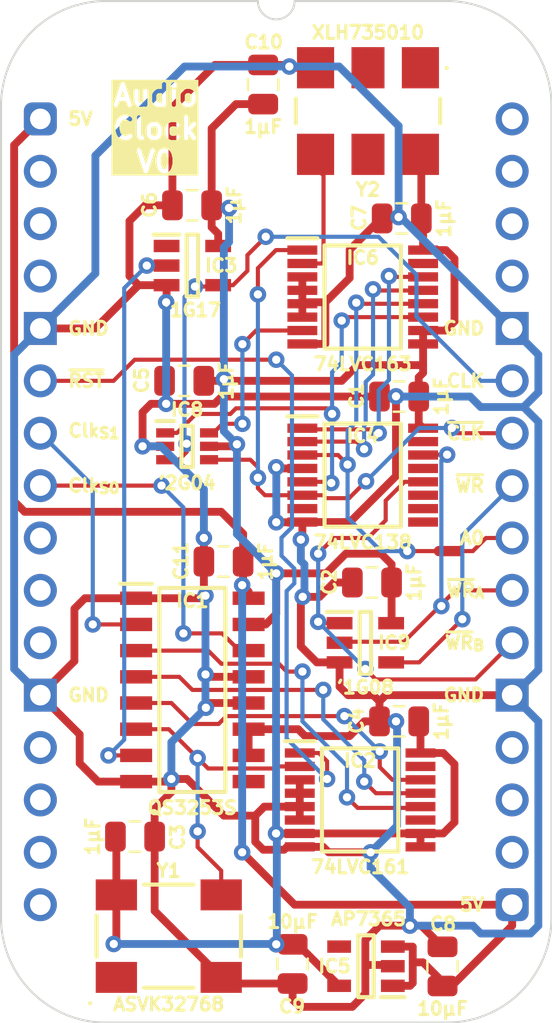
<source format=kicad_pcb>
(kicad_pcb (version 20241229) (generator "pcbnew") (generator_version "9.0")
  (title_block (title "Audio Clock") (date "2025-01-03") (rev "V0"))
  (layers (0 "F.Cu" signal) (2 "B.Cu" signal) (13 "F.Paste" user) (15 "B.Paste" user) (5 "F.SilkS" user "F.Silkscreen") (7 "B.SilkS" user "B.Silkscreen") (1 "F.Mask" user) (3 "B.Mask" user) (25 "Edge.Cuts" user))
  (net 0 "")
  (net 1 "/3.3V")
  (net 3 "/4KHz")
  (net 4 "/8KHz")
  (net 5 "/16KHz")
  (net 6 "/32KHz")
  (net 7 "Net-(IC1-YA)")
  (net 12 "/Q0")
  (net 13 "/Q1")
  (net 14 "/Q2")
  (net 15 "/Q3")
  (net 22 "/10MHz")
  (net 23 "/~{Q3}")
  (net 29 "GND")
  (net 30 "5V")
  (net 31 "Clock Select _{S1}")
  (net 32 "Clock Select _{S0}")
  (net 33 "~{Reset}")
  (net 34 "CLK")
  (net 35 "~{WR}_{A}")
  (net 36 "~{CLK}")
  (net 37 "~{WR}_{B}")
  (net 38 "~{WR}")
  (net 51 "A0")
  (footprint "SamacSys_Parts:SOP65P210X110-6N" (layer "F.Cu") (at 7.112 15.875)
    (property "Reference" "IC8")
    (property "Value" "74LVC2G04GW-Q100H" (hide yes))
  )
  (footprint "SamacSys_Parts:SOP65P640X110-16N" (layer "F.Cu") (at 15.621 17.272)
    (property "Reference" "IC4")
    (property "Value" "74LVC138APW-Q100J" (hide yes))
  )
  (footprint "SamacSys_Parts:C_0805" (layer "F.Cu") (at 8.89 21.463 90)
    (property "Reference" "C11")
    (property "Value" "1μF")
  )
  (footprint "SamacSys_Parts:C_0805" (layer "F.Cu") (at 6.985 12.7 90)
    (property "Reference" "C5")
    (property "Value" "1μF")
  )
  (footprint "SamacSys_Parts:C_0805" (layer "F.Cu") (at 19.4864 41.1074)
    (property "Reference" "C8")
    (property "Value" "10µF")
  )
  (footprint "SamacSys_Parts:ASVK32768KHZLJT" (layer "F.Cu") (at 6.223 39.624)
    (property "Reference" "Y1")
    (property "Value" "ASVK-32.768KHZ-LJT" (hide yes))
  )
  (footprint "SamacSys_Parts:C_0805" (layer "F.Cu") (at 17.399 29.21 90)
    (property "Reference" "C4")
    (property "Value" "1μF")
  )
  (footprint "SamacSys_Parts:SOT95P275X110-5N" (layer "F.Cu") (at 7.366 7.112)
    (property "Reference" "IC3")
    (property "Value" "74LVC1G17GV,125" (hide yes))
  )
  (footprint "SamacSys_Parts:SOP65P640X110-16N" (layer "F.Cu") (at 15.494 33.02)
    (property "Reference" "IC2")
    (property "Value" "74LVC161PW,112" (hide yes))
  )
  (footprint "SamacSys_Parts:SOT95P275X110-5N" (layer "F.Cu") (at 15.748 25.4)
    (property "Reference" "IC9")
    (property "Value" "74LVC1G08GV,125" (hide yes))
  )
  (footprint "SamacSys_Parts:C_0805" (layer "F.Cu") (at 4.572 34.798 -90)
    (property "Reference" "C3")
    (property "Value" "1μF")
  )
  (footprint "SamacSys_Parts:C_0805" (layer "F.Cu") (at 16.084 22.479 90)
    (property "Reference" "C2")
    (property "Value" "1μF")
  )
  (footprint "SamacSys_Parts:SOP65P640X110-16N" (layer "F.Cu") (at 15.621 8.636)
    (property "Reference" "IC6")
    (property "Value" "74LVC163PW,118" (hide yes))
  )
  (footprint "SamacSys_Parts:C_0805" (layer "F.Cu") (at 10.795 -1.651)
    (property "Reference" "C10")
    (property "Value" "1μF")
  )
  (footprint "SamacSys_Parts:XLH735100000000I" (layer "F.Cu") (at 15.875 -0.381 180)
    (property "Reference" "Y2")
    (property "Value" "XLH735010.000000X" (hide yes))
  )
  (footprint "SamacSys_Parts:SOIC127P602X173-16N" (layer "F.Cu") (at 7.366 27.686)
    (property "Reference" "IC1")
    (property "Value" "QS3253S1G" (hide yes))
  )
  (footprint "SamacSys_Parts:C_0805" (layer "F.Cu") (at 17.526 4.826 90)
    (property "Reference" "C7")
    (property "Value" "1μF")
  )
  (footprint "SamacSys_Parts:C_0805" (layer "F.Cu") (at 17.399 13.462 90)
    (property "Reference" "C1")
    (property "Value" "1μF")
  )
  (footprint "SamacSys_Parts:C_0805" (layer "F.Cu") (at 7.366 4.191 90)
    (property "Reference" "C6")
    (property "Value" "1μF")
  )
  (footprint "SamacSys_Parts:C_0805" (layer "F.Cu") (at 12.222 40.955 180)
    (property "Reference" "C9")
    (property "Value" "10µF")
  )
  (footprint "SamacSys_Parts:SOT95P285X130-5N" (layer "F.Cu") (at 15.778 41.082 180)
    (property "Reference" "IC5")
    (property "Value" "AP7365-33WG-7" (hide yes))
  )
  (footprint "SamacSys_Parts:DIP-32_Board_W22.86mm" (layer "F.Cu") (at 0 0)
    (property "Reference" "J2" (hide yes))
    (property "Value" "Board 2x16 W22.86mm" (hide yes))
    (fp_line (start -1.905 -0.635) (end -1.905 38.735) (stroke (width 0.1)) (layer "Edge.Cuts"))
    (fp_line (start 10.541 -5.715) (end 3.175 -5.715) (stroke (width 0.1)) (layer "Edge.Cuts"))
    (fp_line (start 19.685 -5.715) (end 12.319 -5.715) (stroke (width 0.1)) (layer "Edge.Cuts"))
    (fp_line (start 19.685 43.815) (end 3.175 43.815) (stroke (width 0.1)) (layer "Edge.Cuts"))
    (fp_line (start 24.765 38.735) (end 24.765 -0.635) (stroke (width 0.1)) (layer "Edge.Cuts"))
    (fp_arc (start -1.905 -0.635) (mid -0.417102 -4.227102) (end 3.175 -5.715) (stroke (width 0.1)) (layer "Edge.Cuts"))
    (fp_arc (start 3.175 43.815) (mid -0.417102 42.327102) (end -1.905 38.735) (stroke (width 0.1)) (layer "Edge.Cuts"))
    (fp_arc (start 12.319 -5.715) (mid 11.43 -4.826) (end 10.541 -5.715) (stroke (width 0.1)) (layer "Edge.Cuts"))
    (fp_arc (start 19.685 -5.715) (mid 23.277102 -4.227102) (end 24.765 -0.635) (stroke (width 0.1)) (layer "Edge.Cuts"))
    (fp_arc (start 24.765 38.735) (mid 23.277103 42.327103) (end 19.685 43.815) (stroke (width 0.1)) (layer "Edge.Cuts"))
  )
  (footprint "NetTie:NetTie-2_SMD_Pad0.5mm" (layer "F.Cu") (at 19.812 20.955)
    (property "Reference" "NT1" (hide yes))
    (property "Value" "NetTie" (hide yes))
  )
  (gr_text "5V" (at 1.27 0 0) (layer "F.SilkS") (effects (font (size 0.635 0.635)) (justify left)))
  (gr_text "5V" (at 21.59 38.1 0) (layer "F.SilkS") (effects (font (size 0.635 0.635)) (justify right)))
  (gr_text "~{WR}_{B}" (at 21.59 25.4 0) (layer "F.SilkS") (effects (font (size 0.635 0.635)) (justify right)))
  (gr_text "GND" (at 21.59 10.16 0) (layer "F.SilkS") (effects (font (size 0.635 0.635)) (justify right)))
  (gr_text "GND" (at 1.27 27.94 0) (layer "F.SilkS") (effects (font (size 0.635 0.635)) (justify left)))
  (gr_text "Clk_{S0}" (at 1.27 17.78 0) (layer "F.SilkS") (effects (font (size 0.635 0.635)) (justify left)))
  (gr_text "~{RST}" (at 1.27 12.7 0) (layer "F.SilkS") (effects (font (size 0.635 0.635)) (justify left)))
  (gr_text "~{CLK}" (at 21.59 15.24 0) (layer "F.SilkS") (effects (font (size 0.635 0.635)) (justify right)))
  (gr_text "~{WR}_{A}" (at 21.59 22.86 0) (layer "F.SilkS") (effects (font (size 0.635 0.635)) (justify right)))
  (gr_text "Clk_{S1}" (at 1.27 15.113 0) (layer "F.SilkS") (effects (font (size 0.635 0.635)) (justify left)))
  (gr_text "CLK" (at 21.59 12.7 0) (layer "F.SilkS") (effects (font (size 0.635 0.635)) (justify right)))
  (gr_text "~{WR}" (at 21.59 17.78 0) (layer "F.SilkS") (effects (font (size 0.635 0.635)) (justify right)))
  (gr_text "Audio\nClock\nV0" (at 5.588 2.667 0) (layer "F.SilkS" knockout) (effects (font (size 1 1) (thickness 0.2) (bold yes)) (justify bottom)))
  (gr_text "GND" (at 21.59 27.94 0) (layer "F.SilkS") (effects (font (size 0.635 0.635)) (justify right)))
  (gr_text "A0" (at 21.59 20.32 0) (layer "F.SilkS") (effects (font (size 0.635 0.635)) (justify right)))
  (gr_text "GND" (at 1.27 10.16 0) (layer "F.SilkS") (effects (font (size 0.635 0.635)) (justify left)))
  (segment (start 18.419 29.845) (end 18.419 30.745) (width 0.38) (layer "F.Cu") (net 1))
  (segment (start 20.066 9.821) (end 19.626 10.261) (width 0.38) (layer "F.Cu") (net 1))
  (segment (start 18.333 29.759) (end 18.419 29.845) (width 0.38) (layer "F.Cu") (net 1))
  (segment (start 12.569 34.645) (end 18.419 34.645) (width 0.38) (layer "F.Cu") (net 1))
  (segment (start 3.683 37.624) (end 3.683 39.878) (width 0.38) (layer "F.Cu") (net 1))
  (segment (start 18.546 10.911) (end 18.546 11.938) (width 0.38) (layer "F.Cu") (net 1))
  (segment (start 18.546 4.912) (end 18.546 6.361) (width 0.38) (layer "F.Cu") (net 1))
  (segment (start 8.174 15.875) (end 9.425 15.875) (width 0.38) (layer "F.Cu") (net 1))
  (segment (start 17.018 22.479) (end 17.018 21.59) (width 0.38) (layer "F.Cu") (net 1))
  (segment (start 18.333 12.528) (end 18.333 13.462) (width 0.38) (layer "F.Cu") (net 1))
  (segment (start 13.846785 22.034503) (end 11.43 22.034503) (width 0.38) (layer "F.Cu") (net 1))
  (segment (start 15.367 11.938) (end 18.546 11.938) (width 0.38) (layer "F.Cu") (net 1))
  (segment (start 9.425 15.875) (end 9.525 15.775) (width 0.38) (layer "F.Cu") (net 1))
  (segment (start 20.066 31.287) (end 20.066 34.103) (width 0.38) (layer "F.Cu") (net 1))
  (segment (start 18.546 11.938) (end 18.546 12.315) (width 0.38) (layer "F.Cu") (net 1))
  (segment (start 14.799288 21.082) (end 13.846785 22.034503) (width 0.38) (layer "F.Cu") (net 1))
  (segment (start 19.524 34.645) (end 18.419 34.645) (width 0.38) (layer "F.Cu") (net 1))
  (segment (start 17.018 22.479) (end 17.018 24.43) (width 0.38) (layer "F.Cu") (net 1))
  (segment (start 18.546 12.315) (end 18.333 12.528) (width 0.38) (layer "F.Cu") (net 1))
  (segment (start 8.616 5.568) (end 8.3 5.252) (width 0.38) (layer "F.Cu") (net 1))
  (segment (start 17.018 21.59) (end 16.51 21.082) (width 0.38) (layer "F.Cu") (net 1))
  (segment (start 18.333 13.462) (end 18.333 14.784) (width 0.38) (layer "F.Cu") (net 1))
  (segment (start 10.922 24.511) (end 11.43 24.003) (width 0.38) (layer "F.Cu") (net 1))
  (segment (start 18.419 34.645) (end 18.419 35.295) (width 0.38) (layer "F.Cu") (net 1))
  (segment (start 18.46 4.826) (end 18.46 1.764) (width 0.38) (layer "F.Cu") (net 1))
  (segment (start 8.3 0.463) (end 9.48 -0.717) (width 0.38) (layer "F.Cu") (net 1))
  (segment (start 18.333 29.21) (end 18.333 29.759) (width 0.38) (layer "F.Cu") (net 1))
  (segment (start 18.333 14.784) (end 18.546 14.997) (width 0.38) (layer "F.Cu") (net 1))
  (segment (start 12.569 34.645) (end 11.420471 34.645) (width 0.38) (layer "F.Cu") (net 1))
  (segment (start 18.546 6.361) (end 19.651 6.361) (width 0.38) (layer "F.Cu") (net 1))
  (segment (start 12.467 40.021) (end 14.478 42.032) (width 0.38) (layer "F.Cu") (net 1))
  (segment (start 8.89 12.622) (end 8.968 12.7) (width 0.38) (layer "F.Cu") (net 1))
  (segment (start 18.546 10.261) (end 18.546 10.911) (width 0.38) (layer "F.Cu") (net 1))
  (segment (start 8.3 4.191) (end 8.3 0.463) (width 0.38) (layer "F.Cu") (net 1))
  (segment (start 16.51 21.082) (end 14.799288 21.082) (width 0.38) (layer "F.Cu") (net 1))
  (segment (start 11.43 24.003) (end 11.43 22.034503) (width 0.38) (layer "F.Cu") (net 1))
  (segment (start 8.812 12.7) (end 8.89 12.622) (width 0.38) (layer "F.Cu") (net 1))
  (segment (start 14.605 12.7) (end 15.367 11.938) (width 0.38) (layer "F.Cu") (net 1))
  (segment (start 19.524 30.745) (end 20.066 31.287) (width 0.38) (layer "F.Cu") (net 1))
  (segment (start 12.222 40.021) (end 11.43 40.021) (width 0.38) (layer "F.Cu") (net 1))
  (segment (start 9.48 -0.717) (end 10.795 -0.717) (width 0.38) (layer "F.Cu") (net 1))
  (segment (start 7.919 12.7) (end 8.812 12.7) (width 0.38) (layer "F.Cu") (net 1))
  (segment (start 10.091 24.511) (end 10.922 24.511) (width 0.38) (layer "F.Cu") (net 1))
  (segment (start 20.066 6.776) (end 20.066 9.821) (width 0.38) (layer "F.Cu") (net 1))
  (segment (start 19.651 6.361) (end 20.066 6.776) (width 0.38) (layer "F.Cu") (net 1))
  (segment (start 8.3 5.252) (end 8.3 4.191) (width 0.38) (layer "F.Cu") (net 1))
  (segment (start 8.968 12.7) (end 14.605 12.7) (width 0.38) (layer "F.Cu") (net 1))
  (segment (start 3.683 39.878) (end 3.556 40.005) (width 0.38) (layer "F.Cu") (net 1))
  (segment (start 19.626 10.261) (end 18.546 10.261) (width 0.38) (layer "F.Cu") (net 1))
  (segment (start 8.616 6.162) (end 8.616 5.568) (width 0.38) (layer "F.Cu") (net 1))
  (segment (start 3.683 37.624) (end 3.683 34.843) (width 0.38) (layer "F.Cu") (net 1))
  (segment (start 18.419 30.745) (end 19.524 30.745) (width 0.38) (layer "F.Cu") (net 1))
  (segment (start 20.066 34.103) (end 19.524 34.645) (width 0.38) (layer "F.Cu") (net 1))
  (segment (start 8.427 4.318) (end 9.144 4.318) (width 0.38) (layer "F.Cu") (net 1))
  (via (at 3.556 40.005) (size 0.8) (drill 0.4) (layers "F.Cu" "B.Cu") (net 1))
  (via (at 9.525 15.775) (size 0.8) (drill 0.4) (layers "F.Cu" "B.Cu") (net 1))
  (via (at 11.43 40.021) (size 0.8) (drill 0.4) (layers "F.Cu" "B.Cu") (net 1))
  (via (at 11.43 22.034503) (size 0.8) (drill 0.4) (layers "F.Cu" "B.Cu") (net 1))
  (via (at 11.420471 34.645) (size 0.8) (drill 0.4) (layers "F.Cu" "B.Cu") (net 1))
  (via (at 9.144 4.318) (size 0.8) (drill 0.4) (layers "F.Cu" "B.Cu") (net 1))
  (via (at 8.89 12.622) (size 0.8) (drill 0.4) (layers "F.Cu" "B.Cu") (net 1))
  (segment (start 11.420471 34.645) (end 11.458 34.682529) (width 0.38) (layer "B.Cu") (net 1))
  (segment (start 9.144 5.969) (end 8.89 6.223) (width 0.38) (layer "B.Cu") (net 1))
  (segment (start 11.420471 22.044032) (end 11.43 22.034503) (width 0.38) (layer "B.Cu") (net 1))
  (segment (start 11.458 39.993) (end 11.43 40.021) (width 0.38) (layer "B.Cu") (net 1))
  (segment (start 8.89 6.223) (end 8.89 12.622) (width 0.38) (layer "B.Cu") (net 1))
  (segment (start 8.89 15.14) (end 9.525 15.775) (width 0.38) (layer "B.Cu") (net 1))
  (segment (start 9.525 20.129503) (end 11.43 22.034503) (width 0.38) (layer "B.Cu") (net 1))
  (segment (start 9.144 4.318) (end 9.144 5.969) (width 0.38) (layer "B.Cu") (net 1))
  (segment (start 11.458 34.682529) (end 11.458 39.993) (width 0.38) (layer "B.Cu") (net 1))
  (segment (start 3.556 40.005) (end 11.414 40.005) (width 0.38) (layer "B.Cu") (net 1))
  (segment (start 11.420471 34.645) (end 11.420471 22.044032) (width 0.38) (layer "B.Cu") (net 1))
  (segment (start 8.89 12.622) (end 8.89 15.14) (width 0.38) (layer "B.Cu") (net 1))
  (segment (start 9.525 15.775) (end 9.525 20.129503) (width 0.38) (layer "B.Cu") (net 1))
  (segment (start 11.414 40.005) (end 11.43 40.021) (width 0.38) (layer "B.Cu") (net 1))
  (segment (start 8.130934 25.781) (end 8.765934 26.416) (width 0.2) (layer "F.Cu") (net 3))
  (segment (start 4.641 25.781) (end 8.130934 25.781) (width 0.2) (layer "F.Cu") (net 3))
  (segment (start 12.7 26.797) (end 11.938 26.797) (width 0.2) (layer "F.Cu") (net 3))
  (segment (start 15.37219 33.406186) (end 14.859004 32.893) (width 0.2) (layer "F.Cu") (net 3))
  (segment (start 18.357814 33.406186) (end 15.37219 33.406186) (width 0.2) (layer "F.Cu") (net 3))
  (segment (start 8.765934 26.416) (end 11.557 26.416) (width 0.2) (layer "F.Cu") (net 3))
  (segment (start 11.938 26.797) (end 11.557 26.416) (width 0.2) (layer "F.Cu") (net 3))
  (via (at 12.7 26.797) (size 0.8) (drill 0.4) (layers "F.Cu" "B.Cu") (net 3))
  (via (at 14.859004 32.893) (size 0.8) (drill 0.4) (layers "F.Cu" "B.Cu") (net 3))
  (segment (start 12.7 29.21) (end 12.7 26.797) (width 0.2) (layer "B.Cu") (net 3))
  (segment (start 14.859004 31.369004) (end 12.7 29.21) (width 0.2) (layer "B.Cu") (net 3))
  (segment (start 14.859004 32.893) (end 14.859004 31.369004) (width 0.2) (layer "B.Cu") (net 3))
  (segment (start 16.259032 32.695) (end 15.695036 32.131004) (width 0.2) (layer "F.Cu") (net 4))
  (segment (start 6.731 27.051) (end 7.366 27.686) (width 0.2) (layer "F.Cu") (net 4))
  (segment (start 4.641 27.051) (end 6.731 27.051) (width 0.2) (layer "F.Cu") (net 4))
  (segment (start 7.366 27.686) (end 13.708 27.686) (width 0.2) (layer "F.Cu") (net 4))
  (segment (start 18.419 32.695) (end 16.259032 32.695) (width 0.2) (layer "F.Cu") (net 4))
  (via (at 15.695036 32.131004) (size 0.8) (drill 0.4) (layers "F.Cu" "B.Cu") (net 4))
  (via (at 13.708 27.686) (size 0.8) (drill 0.4) (layers "F.Cu" "B.Cu") (net 4))
  (segment (start 15.695036 31.099626) (end 15.695036 32.131004) (width 0.2) (layer "B.Cu") (net 4))
  (segment (start 13.708 29.11259) (end 15.695036 31.099626) (width 0.2) (layer "B.Cu") (net 4))
  (segment (start 13.708 27.686) (end 13.708 29.11259) (width 0.2) (layer "B.Cu") (net 4))
  (segment (start 17.059 32.045) (end 16.445037 31.431037) (width 0.2) (layer "F.Cu") (net 5))
  (segment (start 9.017002 28.955998) (end 14.478004 28.955998) (width 0.2) (layer "F.Cu") (net 5))
  (segment (start 16.445037 31.431037) (end 16.445037 30.669035) (width 0.2) (layer "F.Cu") (net 5))
  (segment (start 6.35 28.321) (end 7.366 29.337) (width 0.2) (layer "F.Cu") (net 5))
  (segment (start 4.641 28.321) (end 6.35 28.321) (width 0.2) (layer "F.Cu") (net 5))
  (segment (start 8.636 29.337) (end 9.017002 28.955998) (width 0.2) (layer "F.Cu") (net 5))
  (segment (start 14.478004 28.955998) (end 14.732 28.955998) (width 0.2) (layer "F.Cu") (net 5))
  (segment (start 18.419 32.045) (end 17.059 32.045) (width 0.2) (layer "F.Cu") (net 5))
  (segment (start 7.366 29.337) (end 8.636 29.337) (width 0.2) (layer "F.Cu") (net 5))
  (via (at 14.732 28.955998) (size 0.8) (drill 0.4) (layers "F.Cu" "B.Cu") (net 5))
  (via (at 16.445037 30.669035) (size 0.8) (drill 0.4) (layers "F.Cu" "B.Cu") (net 5))
  (segment (start 14.732 28.955998) (end 16.445037 30.669035) (width 0.2) (layer "B.Cu") (net 5))
  (segment (start 12.569 31.395) (end 11.404 31.395) (width 0.2) (layer "F.Cu") (net 6))
  (segment (start 8.128 31.496) (end 7.62 30.988) (width 0.2) (layer "F.Cu") (net 6))
  (segment (start 11.404 31.395) (end 11.303 31.496) (width 0.2) (layer "F.Cu") (net 6))
  (segment (start 4.641 29.591) (end 6.223 29.591) (width 0.2) (layer "F.Cu") (net 6))
  (segment (start 7.62 35.306) (end 7.62 34.544) (width 0.2) (layer "F.Cu") (net 6))
  (segment (start 6.223 29.591) (end 7.62 30.988) (width 0.2) (layer "F.Cu") (net 6))
  (segment (start 8.763 37.624) (end 8.763 36.449) (width 0.2) (layer "F.Cu") (net 6))
  (segment (start 8.763 36.449) (end 7.62 35.306) (width 0.2) (layer "F.Cu") (net 6))
  (segment (start 11.303 31.496) (end 8.128 31.496) (width 0.2) (layer "F.Cu") (net 6))
  (via (at 7.62 30.988) (size 0.8) (drill 0.4) (layers "F.Cu" "B.Cu") (net 6))
  (via (at 7.62 34.544) (size 0.8) (drill 0.4) (layers "F.Cu" "B.Cu") (net 6))
  (segment (start 7.62 30.988) (end 7.62 34.544) (width 0.2) (layer "B.Cu") (net 6))
  (segment (start 6.116 7.112) (end 5.158 7.112) (width 0.2) (layer "F.Cu") (net 7))
  (segment (start 4.641 30.861) (end 3.302 30.861) (width 0.2) (layer "F.Cu") (net 7))
  (via (at 5.158 7.112) (size 0.8) (drill 0.4) (layers "F.Cu" "B.Cu") (net 7))
  (via (at 3.302 30.861) (size 0.8) (drill 0.4) (layers "F.Cu" "B.Cu") (net 7))
  (segment (start 3.302 30.861) (end 4.064 30.099) (width 0.2) (layer "B.Cu") (net 7))
  (segment (start 4.064 30.099) (end 4.064 8.206) (width 0.2) (layer "B.Cu") (net 7))
  (segment (start 4.064 8.206) (end 5.158 7.112) (width 0.2) (layer "B.Cu") (net 7))
  (segment (start 16.932 7.661) (end 16.890998 7.619998) (width 0.2) (layer "F.Cu") (net 12))
  (segment (start 16.213029 15.052) (end 16.393 15.231971) (width 0.2) (layer "F.Cu") (net 12))
  (segment (start 18.546 7.661) (end 16.932 7.661) (width 0.2) (layer "F.Cu") (net 12))
  (segment (start 12.751 15.052) (end 16.213029 15.052) (width 0.2) (layer "F.Cu") (net 12))
  (via (at 16.393 15.231971) (size 0.8) (drill 0.4) (layers "F.Cu" "B.Cu") (net 12))
  (via (at 16.890998 7.619998) (size 0.8) (drill 0.4) (layers "F.Cu" "B.Cu") (net 12))
  (segment (start 16.395 13.151339) (end 16.395 15.229971) (width 0.2) (layer "B.Cu") (net 12))
  (segment (start 16.890998 12.655341) (end 16.395 13.151339) (width 0.2) (layer "B.Cu") (net 12))
  (segment (start 16.890998 7.619998) (end 16.890998 12.655341) (width 0.2) (layer "B.Cu") (net 12))
  (segment (start 16.395 15.229971) (end 16.393 15.231971) (width 0.2) (layer "B.Cu") (net 12))
  (segment (start 16.176785 8.320001) (end 16.120392 8.263608) (width 0.2) (layer "F.Cu") (net 13))
  (segment (start 15.687792 16.009908) (end 15.324884 15.647) (width 0.2) (layer "F.Cu") (net 13))
  (segment (start 18.536999 8.320001) (end 16.176785 8.320001) (width 0.2) (layer "F.Cu") (net 13))
  (segment (start 15.324884 15.647) (end 12.696 15.647) (width 0.2) (layer "F.Cu") (net 13))
  (via (at 15.687792 16.009908) (size 0.8) (drill 0.4) (layers "F.Cu" "B.Cu") (net 13))
  (via (at 16.120392 8.263608) (size 0.8) (drill 0.4) (layers "F.Cu" "B.Cu") (net 13))
  (segment (start 15.687792 14.876518) (end 15.687792 16.009908) (width 0.2) (layer "B.Cu") (net 13))
  (segment (start 15.762981 14.801329) (end 15.687792 14.876518) (width 0.2) (layer "B.Cu") (net 13))
  (segment (start 15.762981 12.754334) (end 15.762981 14.801329) (width 0.2) (layer "B.Cu") (net 13))
  (segment (start 16.120392 12.396923) (end 15.762981 12.754334) (width 0.2) (layer "B.Cu") (net 13))
  (segment (start 16.120392 8.263608) (end 16.120392 12.396923) (width 0.2) (layer "B.Cu") (net 13))
  (segment (start 19.312 20.955) (end 17.78 20.955) (width 0.2) (layer "F.Cu") (net 14))
  (segment (start 12.696 16.297) (end 14.423674 16.297) (width 0.2) (layer "F.Cu") (net 14))
  (segment (start 15.360276 8.963608) (end 15.307668 8.911) (width 0.2) (layer "F.Cu") (net 14))
  (segment (start 14.423674 16.297) (end 14.886588 16.759914) (width 0.2) (layer "F.Cu") (net 14))
  (segment (start 18.543392 8.963608) (end 15.360276 8.963608) (width 0.2) (layer "F.Cu") (net 14))
  (via (at 15.307668 8.911) (size 0.8) (drill 0.4) (layers "F.Cu" "B.Cu") (net 14))
  (via (at 14.886588 16.759914) (size 0.8) (drill 0.4) (layers "F.Cu" "B.Cu") (net 14))
  (via (at 17.78 20.955) (size 0.8) (drill 0.4) (layers "F.Cu" "B.Cu") (net 14))
  (segment (start 15.307668 14.690956) (end 14.886588 15.112036) (width 0.2) (layer "B.Cu") (net 14))
  (segment (start 14.886588 16.759914) (end 14.886588 19.331588) (width 0.2) (layer "B.Cu") (net 14))
  (segment (start 15.307668 8.911) (end 15.307668 14.690956) (width 0.2) (layer "B.Cu") (net 14))
  (segment (start 14.886588 15.112036) (end 14.886588 16.759914) (width 0.2) (layer "B.Cu") (net 14))
  (segment (start 14.886588 19.331588) (end 16.51 20.955) (width 0.2) (layer "B.Cu") (net 14))
  (segment (start 16.51 20.955) (end 17.78 20.955) (width 0.2) (layer "B.Cu") (net 14))
  (segment (start 18.546 9.611) (end 14.769 9.611) (width 0.2) (layer "F.Cu") (net 15))
  (segment (start 9.480339 14.032683) (end 13.866438 14.032683) (width 0.2) (layer "F.Cu") (net 15))
  (segment (start 7.539 14.305) (end 9.208022 14.305) (width 0.2) (layer "F.Cu") (net 15))
  (segment (start 14.041 17.597) (end 14.097 17.653) (width 0.2) (layer "F.Cu") (net 15))
  (segment (start 6.05 15.225) (end 6.619 15.225) (width 0.2) (layer "F.Cu") (net 15))
  (segment (start 12.696 17.597) (end 14.041 17.597) (width 0.2) (layer "F.Cu") (net 15))
  (segment (start 6.619 15.225) (end 7.539 14.305) (width 0.2) (layer "F.Cu") (net 15))
  (segment (start 9.208022 14.305) (end 9.480339 14.032683) (width 0.2) (layer "F.Cu") (net 15))
  (segment (start 13.866438 14.032683) (end 14.135755 14.302) (width 0.2) (layer "F.Cu") (net 15))
  (segment (start 14.769 9.611) (end 14.601 9.779) (width 0.2) (layer "F.Cu") (net 15))
  (via (at 14.135755 14.302) (size 0.8) (drill 0.4) (layers "F.Cu" "B.Cu") (net 15))
  (via (at 14.601 9.779) (size 0.8) (drill 0.4) (layers "F.Cu" "B.Cu") (net 15))
  (via (at 14.097 17.653) (size 0.8) (drill 0.4) (layers "F.Cu" "B.Cu") (net 15))
  (segment (start 14.135755 14.302) (end 14.135755 17.614245) (width 0.2) (layer "B.Cu") (net 15))
  (segment (start 14.601 11.815) (end 14.135755 12.280245) (width 0.2) (layer "B.Cu") (net 15))
  (segment (start 14.135755 12.280245) (end 14.135755 14.302) (width 0.2) (layer "B.Cu") (net 15))
  (segment (start 14.135755 17.614245) (end 14.097 17.653) (width 0.2) (layer "B.Cu") (net 15))
  (segment (start 14.601 9.779) (end 14.601 11.815) (width 0.2) (layer "B.Cu") (net 15))
  (segment (start 13.721 2.74) (end 13.721 6.911) (width 0.2) (layer "F.Cu") (net 22))
  (segment (start 12.573 1.592) (end 13.721 2.74) (width 0.2) (layer "F.Cu") (net 22))
  (segment (start 13.721 6.911) (end 13.621 7.011) (width 0.2) (layer "F.Cu") (net 22))
  (segment (start 13.621 7.011) (end 12.696 7.011) (width 0.2) (layer "F.Cu") (net 22))
  (segment (start 10.452 10.261) (end 9.791 10.922) (width 0.2) (layer "F.Cu") (net 23))
  (segment (start 12.696 10.261) (end 10.452 10.261) (width 0.2) (layer "F.Cu") (net 23))
  (segment (start 8.828817 14.782683) (end 9.791 14.782683) (width 0.2) (layer "F.Cu") (net 23))
  (segment (start 8.3865 15.225) (end 8.828817 14.782683) (width 0.2) (layer "F.Cu") (net 23))
  (via (at 9.791 14.782683) (size 0.8) (drill 0.4) (layers "F.Cu" "B.Cu") (net 23))
  (via (at 9.791 10.922) (size 0.8) (drill 0.4) (layers "F.Cu" "B.Cu") (net 23))
  (segment (start 9.791 10.922) (end 9.791 14.782683) (width 0.2) (layer "B.Cu") (net 23))
  (segment (start 6.05 15.875) (end 4.952994 15.875) (width 0.38) (layer "F.Cu") (net 29))
  (segment (start 17.221418 13.462) (end 17.233 13.450418) (width 0.38) (layer "F.Cu") (net 29))
  (segment (start 16.433 29.21) (end 15.699615 29.21) (width 0.38) (layer "F.Cu") (net 29))
  (segment (start 14.498 26.35) (end 14.498 27.529) (width 0.38) (layer "F.Cu") (net 29))
  (segment (start 10.797 35.435) (end 10.414 35.052) (width 0.38) (layer "F.Cu") (net 29))
  (segment (start 7.873982 23.241) (end 7.874 23.241) (width 0.38) (layer "F.Cu") (net 29))
  (segment (start 13.705 35.295) (end 12.569 35.295) (width 0.38) (layer "F.Cu") (net 29))
  (segment (start 16.698 41.082) (end 16.637 41.021) (width 0.38) (layer "F.Cu") (net 29))
  (segment (start 16.433 29.21) (end 16.433 28.244) (width 0.38) (layer "F.Cu") (net 29))
  (segment (start 22.86 27.94) (end 16.737 27.94) (width 0.38) (layer "F.Cu") (net 29))
  (segment (start 15.748 39.807) (end 16.439 39.116) (width 0.38) (layer "F.Cu") (net 29))
  (segment (start 8.249934 28.321) (end 8.019934 28.551) (width 0.38) (layer "F.Cu") (net 29))
  (segment (start 16.439 39.116) (end 17.906998 39.116) (width 0.38) (layer "F.Cu") (net 29))
  (segment (start 6.096 12.777) (end 6.096 13.814989) (width 0.38) (layer "F.Cu") (net 29))
  (segment (start 16.56 4.826) (end 17.29514 4.826) (width 0.38) (layer "F.Cu") (net 29))
  (segment (start 16.737 27.94) (end 16.433 28.244) (width 0.38) (layer "F.Cu") (net 29))
  (segment (start 11.988 -2.617) (end 12.065 -2.54) (width 0.38) (layer "F.Cu") (net 29))
  (segment (start 15.748 41.021) (end 15.748 39.807) (width 0.38) (layer "F.Cu") (net 29))
  (segment (start 10.851 33.345) (end 12.569 33.345) (width 0.38) (layer "F.Cu") (net 29))
  (segment (start 14.224 22.479) (end 13.528866 23.174134) (width 0.38) (layer "F.Cu") (net 29))
  (segment (start 8.459 -2.617) (end 6.4 -0.558) (width 0.38) (layer "F.Cu") (net 29))
  (segment (start 14.986 7.715) (end 14.986 6.35) (width 0.38) (layer "F.Cu") (net 29))
  (segment (start 15.699615 29.21) (end 14.986 29.923615) (width 0.38) (layer "F.Cu") (net 29))
  (segment (start 8.794024 13.462) (end 8.441035 13.814989) (width 0.38) (layer "F.Cu") (net 29))
  (segment (start 6.35 32.639) (end 5.538 33.451) (width 0.38) (layer "F.Cu") (net 29))
  (segment (start 14.498 27.529) (end 14.909 27.94) (width 0.38) (layer "F.Cu") (net 29))
  (segment (start 11.486 16.947) (end 11.43 16.891) (width 0.38) (layer "F.Cu") (net 29))
  (segment (start 12.685 19.558) (end 11.430004 19.558) (width 0.38) (layer "F.Cu") (net 29))
  (segment (start 10.414 33.782) (end 10.851 33.345) (width 0.38) (layer "F.Cu") (net 29))
  (segment (start 12.622 25.576) (end 12.622 23.264138) (width 0.38) (layer "F.Cu") (net 29))
  (segment (start 10.091 29.591) (end 10.091 30.861) (width 0.38) (layer "F.Cu") (net 29))
  (segment (start 19.4864 40.1414) (end 18.461 39.116) (width 0.38) (layer "F.Cu") (net 29))
  (segment (start 1.651 23.749) (end 1.651 26.289) (width 0.38) (layer "F.Cu") (net 29))
  (segment (start 13.396 26.35) (end 12.622 25.576) (width 0.38) (layer "F.Cu") (net 29))
  (segment (start 4.641 23.241) (end 2.159 23.241) (width 0.38) (layer "F.Cu") (net 29))
  (segment (start 5.538 34.798) (end 5.538 38.399) (width 0.38) (layer "F.Cu") (net 29))
  (segment (start 4.318 7.62) (end 4.318 4.953) (width 0.38) (layer "F.Cu") (net 29))
  (segment (start 4.641 23.241) (end 7.873982 23.241) (width 0.38) (layer "F.Cu") (net 29))
  (segment (start 7.874 23.241) (end 8.001 23.114) (width 0.38) (layer "F.Cu") (net 29))
  (segment (start 5.538 33.451) (end 5.538 34.798) (width 0.38) (layer "F.Cu") (net 29))
  (segment (start 2.159 23.241) (end 1.651 23.749) (width 0.38) (layer "F.Cu") (net 29))
  (segment (start 10.795 -2.617) (end 8.459 -2.617) (width 0.38) (layer "F.Cu") (net 29))
  (segment (start 12.569 33.995) (end 12.569 33.345) (width 0.38) (layer "F.Cu") (net 29))
  (segment (start 12.124 -2.481) (end 12.065 -2.54) (width 0.38) (layer "F.Cu") (net 29))
  (segment (start 5.362011 13.814989) (end 6.096 13.814989) (width 0.38) (layer "F.Cu") (net 29))
  (segment (start 12.696 10.911) (end 13.801 10.911) (width 0.38) (layer "F.Cu") (net 29))
  (segment (start 14.498 26.35) (end 13.396 26.35) (width 0.38) (layer "F.Cu") (net 29))
  (segment (start 17.078 41.082) (end 16.698 41.082) (width 0.38) (layer "F.Cu") (net 29))
  (segment (start 8.116002 27.051) (end 8.001002 26.936) (width 0.38) (layer "F.Cu") (net 29))
  (segment (start 4.318 4.953) (end 5.08 4.191) (width 0.38) (layer "F.Cu") (net 29))
  (segment (start 10.795 -2.617) (end 11.988 -2.617) (width 0.38) (layer "F.Cu") (net 29))
  (segment (start 12.827 29.923615) (end 12.494385 29.591) (width 0.38) (layer "F.Cu") (net 29))
  (segment (start 1.651 26.289) (end 0 27.94) (width 0.38) (layer "F.Cu") (net 29))
  (segment (start 15.118 22.479) (end 14.224 22.479) (width 0.38) (layer "F.Cu") (net 29))
  (segment (start 12.222 41.921) (end 9.06 41.921) (width 0.38) (layer "F.Cu") (net 29))
  (segment (start 12.696 16.947) (end 11.486 16.947) (width 0.38) (layer "F.Cu") (net 29))
  (segment (start 12.696 20.323595) (end 12.621997 20.397598) (width 0.38) (layer "F.Cu") (net 29))
  (segment (start 10.414 35.052) (end 10.414 33.782) (width 0.38) (layer "F.Cu") (net 29))
  (segment (start 12.222 42.702) (end 12.573 43.053) (width 0.38) (layer "F.Cu") (net 29))
  (segment (start 12.696 8.961) (end 12.696 8.311) (width 0.38) (layer "F.Cu") (net 29))
  (segment (start 16.433 13.462) (end 8.794024 13.462) (width 0.38) (layer "F.Cu") (net 29))
  (segment (start 7.924 21.463) (end 7.924 23.037) (width 0.38) (layer "F.Cu") (net 29))
  (segment (start 8.89 33.782) (end 7.112 32.004) (width 0.38) (layer "F.Cu") (net 29))
  (segment (start 12.696 8.311) (end 12.696 7.661) (width 0.38) (layer "F.Cu") (net 29))
  (segment (start 10.091 28.321) (end 8.249934 28.321) (width 0.38) (layer "F.Cu") (net 29))
  (segment (start 15.003035 19.547) (end 12.696 19.547) (width 0.38) (layer "F.Cu") (net 29))
  (segment (start 6.35 32.004) (end 6.223 32.131) (width 0.38) (layer "F.Cu") (net 29))
  (segment (start 15.112 43.053) (end 15.748 42.417) (width 0.38) (layer "F.Cu") (net 29))
  (segment (start 13.335 -2.481) (end 12.124 -2.481) (width 0.38) (layer "F.Cu") (net 29))
  (segment (start 6.116 8.87) (end 6.096 8.89) (width 0.38) (layer "F.Cu") (net 29))
  (segment (start 12.696 9.611) (end 12.696 8.961) (width 0.38) (layer "F.Cu") (net 29))
  (segment (start 6.4 -0.558) (end 6.4 4.191) (width 0.38) (layer "F.Cu") (net 29))
  (segment (start 13.528866 23.174134) (end 12.712004 23.174134) (width 0.38) (layer "F.Cu") (net 29))
  (segment (start 12.222 41.921) (end 12.222 42.702) (width 0.38) (layer "F.Cu") (net 29))
  (segment (start 1.905 31.242) (end 1.905 29.845) (width 0.38) (layer "F.Cu") (net 29))
  (segment (start 5.538 38.399) (end 8.763 41.624) (width 0.38) (layer "F.Cu") (net 29))
  (segment (start 1.905 29.845) (end 0 27.94) (width 0.38) (layer "F.Cu") (net 29))
  (segment (start 14.909 27.94) (end 16.129 27.94) (width 0.38) (layer "F.Cu") (net 29))
  (segment (start 6.116 8.062) (end 6.116 8.87) (width 0.38) (layer "F.Cu") (net 29))
  (segment (start 6.35 32.004) (end 6.35 32.639) (width 0.38) (layer "F.Cu") (net 29))
  (segment (start 13.97 35.56) (end 13.705 35.295) (width 0.38) (layer "F.Cu") (net 29))
  (segment (start 6.223 32.131) (end 4.641 32.131) (width 0.38) (layer "F.Cu") (net 29))
  (segment (start 12.696 19.547) (end 12.696 20.323595) (width 0.38) (layer "F.Cu") (net 29))
  (segment (start 16.002 35.56) (end 13.97 35.56) (width 0.38) (layer "F.Cu") (net 29))
  (segment (start 7.924 21.463) (end 7.924 20.319996) (width 0.38) (layer "F.Cu") (net 29))
  (segment (start 4.76 8.062) (end 2.662 10.16) (width 0.38) (layer "F.Cu") (net 29))
  (segment (start 13.811 8.89) (end 12.767 8.89) (width 0.38) (layer "F.Cu") (net 29))
  (segment (start 10.414 33.782) (end 8.89 33.782) (width 0.38) (layer "F.Cu") (net 29))
  (segment (start 4.76 8.062) (end 4.318 7.62) (width 0.38) (layer "F.Cu") (net 29))
  (segment (start 7.112 32.004) (end 6.35 32.004) (width 0.38) (layer "F.Cu") (net 29))
  (segment (start 2.794 32.131) (end 1.905 31.242) (width 0.38) (layer "F.Cu") (net 29))
  (segment (start 15.748 42.417) (end 15.748 41.021) (width 0.38) (layer "F.Cu") (net 29))
  (segment (start 12.767 8.89) (end 12.696 8.961) (width 0.38) (layer "F.Cu") (net 29))
  (segment (start 11.951 35.295) (end 11.811 35.435) (width 0.38) (layer "F.Cu") (net 29))
  (segment (start 5.08 4.191) (end 6.4 4.191) (width 0.38) (layer "F.Cu") (net 29))
  (segment (start 6.116 8.062) (end 4.76 8.062) (width 0.38) (layer "F.Cu") (net 29))
  (segment (start 12.569 35.295) (end 11.951 35.295) (width 0.38) (layer "F.Cu") (net 29))
  (segment (start 12.573 43.053) (end 15.112 43.053) (width 0.38) (layer "F.Cu") (net 29))
  (segment (start 17.233 17.317035) (end 15.003035 19.547) (width 0.38) (layer "F.Cu") (net 29))
  (segment (start 17.233 13.450418) (end 17.233 17.317035) (width 0.38) (layer "F.Cu") (net 29))
  (segment (start 13.811 10.901) (end 13.811 8.89) (width 0.38) (layer "F.Cu") (net 29))
  (segment (start 4.952994 14.224006) (end 5.362011 13.814989) (width 0.38) (layer "F.Cu") (net 29))
  (segment (start 4.641 32.131) (end 2.794 32.131) (width 0.38) (layer "F.Cu") (net 29))
  (segment (start 10.091 27.051) (end 8.116002 27.051) (width 0.38) (layer "F.Cu") (net 29))
  (segment (start 7.924 23.037) (end 8.001 23.114) (width 0.38) (layer "F.Cu") (net 29))
  (segment (start 12.494385 29.591) (end 10.091 29.591) (width 0.38) (layer "F.Cu") (net 29))
  (segment (start 13.801 10.911) (end 13.811 10.901) (width 0.38) (layer "F.Cu") (net 29))
  (segment (start 16.433 29.21) (end 17.233 29.21) (width 0.38) (layer "F.Cu") (net 29))
  (segment (start 16.433 28.244) (end 16.129 27.94) (width 0.38) (layer "F.Cu") (net 29))
  (segment (start 15.748 41.021) (end 16.637 41.021) (width 0.38) (layer "F.Cu") (net 29))
  (segment (start 4.952994 15.875) (end 4.952994 14.224006) (width 0.38) (layer "F.Cu") (net 29))
  (segment (start 14.986 6.35) (end 16.433 4.903) (width 0.38) (layer "F.Cu") (net 29))
  (segment (start 14.986 29.923615) (end 12.827 29.923615) (width 0.38) (layer "F.Cu") (net 29))
  (segment (start 16.433 13.462) (end 17.221418 13.462) (width 0.38) (layer "F.Cu") (net 29))
  (segment (start 2.662 10.16) (end 0 10.16) (width 0.38) (layer "F.Cu") (net 29))
  (segment (start 12.569 33.345) (end 12.569 32.695) (width 0.38) (layer "F.Cu") (net 29))
  (segment (start 13.811 8.89) (end 14.986 7.715) (width 0.38) (layer "F.Cu") (net 29))
  (segment (start 12.622 23.264138) (end 12.712004 23.174134) (width 0.38) (layer "F.Cu") (net 29))
  (segment (start 17.29514 4.826) (end 17.36 4.76114) (width 0.38) (layer "F.Cu") (net 29))
  (segment (start 8.441035 13.814989) (end 6.096 13.814989) (width 0.38) (layer "F.Cu") (net 29))
  (segment (start 12.569 32.695) (end 12.569 32.045) (width 0.38) (layer "F.Cu") (net 29))
  (segment (start 11.811 35.435) (end 10.797 35.435) (width 0.38) (layer "F.Cu") (net 29))
  (segment (start 18.461 39.116) (end 17.906998 39.116) (width 0.38) (layer "F.Cu") (net 29))
  (via (at 17.233 29.21) (size 0.8) (drill 0.4) (layers "F.Cu" "B.Cu") (net 29))
  (via (at 16.002 35.56) (size 0.8) (drill 0.4) (layers "F.Cu" "B.Cu") (net 29))
  (via (at 7.924 20.319996) (size 0.8) (drill 0.4) (layers "F.Cu" "B.Cu") (net 29))
  (via (at 6.096 13.814989) (size 0.8) (drill 0.4) (layers "F.Cu" "B.Cu") (net 29))
  (via (at 8.001002 26.936) (size 0.8) (drill 0.4) (layers "F.Cu" "B.Cu") (net 29))
  (via (at 12.621997 20.397598) (size 0.8) (drill 0.4) (layers "F.Cu" "B.Cu") (net 29))
  (via (at 17.36 4.76114) (size 0.8) (drill 0.4) (layers "F.Cu" "B.Cu") (net 29))
  (via (at 6.096 8.89) (size 0.8) (drill 0.4) (layers "F.Cu" "B.Cu") (net 29))
  (via (at 17.906998 39.116) (size 0.8) (drill 0.4) (layers "F.Cu" "B.Cu") (net 29))
  (via (at 11.43 16.891) (size 0.8) (drill 0.4) (layers "F.Cu" "B.Cu") (net 29))
  (via (at 17.233 13.450418) (size 0.8) (drill 0.4) (layers "F.Cu" "B.Cu") (net 29))
  (via (at 12.065 -2.54) (size 0.8) (drill 0.4) (layers "F.Cu" "B.Cu") (net 29))
  (via (at 8.001 23.114) (size 0.8) (drill 0.4) (layers "F.Cu" "B.Cu") (net 29))
  (via (at 6.35 32.004) (size 0.8) (drill 0.4) (layers "F.Cu" "B.Cu") (net 29))
  (via (at 11.430004 19.558) (size 0.8) (drill 0.4) (layers "F.Cu" "B.Cu") (net 29))
  (via (at 12.712004 23.174134) (size 0.8) (drill 0.4) (layers "F.Cu" "B.Cu") (net 29))
  (via (at 8.019934 28.551) (size 0.8) (drill 0.4) (layers "F.Cu" "B.Cu") (net 29))
  (via (at 4.952994 15.875) (size 0.8) (drill 0.4) (layers "F.Cu" "B.Cu") (net 29))
  (segment (start 17.36 0.342) (end 14.478 -2.54) (width 0.38) (layer "B.Cu") (net 29))
  (segment (start 17.285036 34.276964) (end 16.002 35.56) (width 0.38) (layer "B.Cu") (net 29))
  (segment (start 11.433507 16.894507) (end 11.433507 19.554497) (width 0.38) (layer "B.Cu") (net 29))
  (segment (start -1.27 26.67) (end 0 27.94) (width 0.38) (layer "B.Cu") (net 29))
  (segment (start 7.924 17.957) (end 5.842 15.875) (width 0.38) (layer "B.Cu") (net 29))
  (segment (start 24.13 13.255) (end 23.415 13.97) (width 0.38) (layer "B.Cu") (net 29))
  (segment (start 12.065 -2.54) (end 6.985 -2.54) (width 0.38) (layer "B.Cu") (net 29))
  (segment (start 11.433507 19.554497) (end 11.430004 19.558) (width 0.38) (layer "B.Cu") (net 29))
  (segment (start 22.86 10.16) (end 24.13 11.43) (width 0.38) (layer "B.Cu") (net 29))
  (segment (start -1.27 11.43) (end -1.27 26.67) (width 0.38) (layer "B.Cu") (net 29))
  (segment (start 6.985 -2.54) (end 2.667 1.778) (width 0.38) (layer "B.Cu") (net 29))
  (segment (start 2.667 1.778) (end 2.667 7.493) (width 0.38) (layer "B.Cu") (net 29))
  (segment (start 11.43 16.891) (end 11.433507 16.894507) (width 0.38) (layer "B.Cu") (net 29))
  (segment (start 14.478 -2.54) (end 12.065 -2.54) (width 0.38) (layer "B.Cu") (net 29))
  (segment (start 8.001002 28.532068) (end 8.001002 26.936) (width 0.38) (layer "B.Cu") (net 29))
  (segment (start 8.001 26.935998) (end 8.001002 26.936) (width 0.38) (layer "B.Cu") (net 29))
  (segment (start 8.001 23.114) (end 8.001 26.935998) (width 0.38) (layer "B.Cu") (net 29))
  (segment (start 20.828 13.462) (end 21.336 13.97) (width 0.38) (layer "B.Cu") (net 29))
  (segment (start 2.667 7.493) (end 0 10.16) (width 0.38) (layer "B.Cu") (net 29))
  (segment (start 16.002 36.322) (end 17.906998 38.226998) (width 0.38) (layer "B.Cu") (net 29))
  (segment (start 24.13 11.43) (end 24.13 13.255) (width 0.38) (layer "B.Cu") (net 29))
  (segment (start 7.924 20.319996) (end 7.924 17.957) (width 0.38) (layer "B.Cu") (net 29))
  (segment (start 12.712004 23.174134) (end 12.797 23.089138) (width 0.38) (layer "B.Cu") (net 29))
  (segment (start 24.13 26.717) (end 22.907 27.94) (width 0.38) (layer "B.Cu") (net 29))
  (segment (start 12.797 21.601609) (end 12.621997 21.426606) (width 0.38) (layer "B.Cu") (net 29))
  (segment (start 5.842 15.875) (end 4.952994 15.875) (width 0.38) (layer "B.Cu") (net 29))
  (segment (start 17.906998 38.226998) (end 17.906998 39.116) (width 0.38) (layer "B.Cu") (net 29))
  (segment (start 8.019934 28.551) (end 8.001002 28.532068) (width 0.38) (layer "B.Cu") (net 29))
  (segment (start 21.336 13.97) (end 23.415 13.97) (width 0.38) (layer "B.Cu") (net 29))
  (segment (start 0 10.16) (end -1.27 11.43) (width 0.38) (layer "B.Cu") (net 29))
  (segment (start 24.13 29.21) (end 24.13 39.116) (width 0.38) (layer "B.Cu") (net 29))
  (segment (start 6.096 8.89) (end 6.096 13.814989) (width 0.38) (layer "B.Cu") (net 29))
  (segment (start 20.955 39.116) (end 21.336 39.497) (width 0.38) (layer "B.Cu") (net 29))
  (segment (start 17.233 13.450418) (end 17.244582 13.462) (width 0.38) (layer "B.Cu") (net 29))
  (segment (start 24.13 14.685) (end 24.13 26.717) (width 0.38) (layer "B.Cu") (net 29))
  (segment (start 12.621997 21.426606) (end 12.621997 20.397598) (width 0.38) (layer "B.Cu") (net 29))
  (segment (start 17.906998 39.116) (end 20.955 39.116) (width 0.38) (layer "B.Cu") (net 29))
  (segment (start 24.13 39.116) (end 23.749 39.497) (width 0.38) (layer "B.Cu") (net 29))
  (segment (start 17.36 4.76114) (end 17.36 0.342) (width 0.38) (layer "B.Cu") (net 29))
  (segment (start 22.86 10.16) (end 17.46114 4.76114) (width 0.38) (layer "B.Cu") (net 29))
  (segment (start 23.749 39.497) (end 21.336 39.497) (width 0.38) (layer "B.Cu") (net 29))
  (segment (start 17.46114 4.76114) (end 17.36 4.76114) (width 0.38) (layer "B.Cu") (net 29))
  (segment (start 6.35 30.220934) (end 8.019934 28.551) (width 0.38) (layer "B.Cu") (net 29))
  (segment (start 23.415 13.97) (end 24.13 14.685) (width 0.38) (layer "B.Cu") (net 29))
  (segment (start 17.285036 29.262036) (end 17.285036 34.276964) (width 0.38) (layer "B.Cu") (net 29))
  (segment (start 22.86 27.94) (end 24.13 29.21) (width 0.38) (layer "B.Cu") (net 29))
  (segment (start 6.35 32.004) (end 6.35 30.220934) (width 0.38) (layer "B.Cu") (net 29))
  (segment (start 17.233 29.21) (end 17.285036 29.262036) (width 0.38) (layer "B.Cu") (net 29))
  (segment (start 16.002 35.56) (end 16.002 36.322) (width 0.38) (layer "B.Cu") (net 29))
  (segment (start 17.244582 13.462) (end 20.828 13.462) (width 0.38) (layer "B.Cu") (net 29))
  (segment (start 12.797 23.089138) (end 12.797 21.601609) (width 0.38) (layer "B.Cu") (net 29))
  (segment (start 9.824 20.111) (end 9.824 21.463) (width 0.38) (layer "F.Cu") (net 30))
  (segment (start 10.091 23.241) (end 10.091 22.918) (width 0.38) (layer "F.Cu") (net 30))
  (segment (start 18.043 40.142) (end 18.043 40.894) (width 0.38) (layer "F.Cu") (net 30))
  (segment (start -1.27 1.27) (end -1.27 18.542) (width 0.38) (layer "F.Cu") (net 30))
  (segment (start 9.824 21.463) (end 9.824 22.560998) (width 0.38) (layer "F.Cu") (net 30))
  (segment (start 19.4864 41.8384) (end 18.542 40.894) (width 0.38) (layer "F.Cu") (net 30))
  (segment (start 19.9346 42.0414) (end 22.86 39.116) (width 0.38) (layer "F.Cu") (net 30))
  (segment (start 8.763 19.05) (end 9.824 20.111) (width 0.38) (layer "F.Cu") (net 30))
  (segment (start 17.078 40.132) (end 18.033 40.132) (width 0.38) (layer "F.Cu") (net 30))
  (segment (start 18.033 40.132) (end 18.043 40.142) (width 0.38) (layer "F.Cu") (net 30))
  (segment (start 9.824 22.560998) (end 9.778999 22.605999) (width 0.38) (layer "F.Cu") (net 30))
  (segment (start 0 0) (end -1.27 1.27) (width 0.38) (layer "F.Cu") (net 30))
  (segment (start 18.043 41.901) (end 17.912 42.032) (width 0.38) (layer "F.Cu") (net 30))
  (segment (start 18.043 40.894) (end 18.043 41.901) (width 0.38) (layer "F.Cu") (net 30))
  (segment (start 12.318994 38.1) (end 9.778997 35.560003) (width 0.38) (layer "F.Cu") (net 30))
  (segment (start 10.091 22.918) (end 9.778999 22.605999) (width 0.38) (layer "F.Cu") (net 30))
  (segment (start 17.912 42.032) (end 17.078 42.032) (width 0.38) (layer "F.Cu") (net 30))
  (segment (start 22.86 38.1) (end 12.318994 38.1) (width 0.38) (layer "F.Cu") (net 30))
  (segment (start 18.542 40.894) (end 18.043 40.894) (width 0.38) (layer "F.Cu") (net 30))
  (segment (start 22.86 39.116) (end 22.86 38.1) (width 0.38) (layer "F.Cu") (net 30))
  (segment (start -0.762 19.05) (end 8.763 19.05) (width 0.38) (layer "F.Cu") (net 30))
  (segment (start -1.27 18.542) (end -0.762 19.05) (width 0.38) (layer "F.Cu") (net 30))
  (via (at 9.778997 35.560003) (size 0.8) (drill 0.4) (layers "F.Cu" "B.Cu") (net 30))
  (via (at 9.778999 22.605999) (size 0.8) (drill 0.4) (layers "F.Cu" "B.Cu") (net 30))
  (segment (start 9.778997 22.606001) (end 9.778999 22.605999) (width 0.38) (layer "B.Cu") (net 30))
  (segment (start 9.778997 35.560003) (end 9.778997 22.606001) (width 0.38) (layer "B.Cu") (net 30))
  (segment (start 4.641 24.511) (end 2.54 24.511) (width 0.2) (layer "F.Cu") (net 31))
  (via (at 2.54 24.511) (size 0.8) (drill 0.4) (layers "F.Cu" "B.Cu") (net 31))
  (segment (start 2.54 24.511) (end 2.54 17.78) (width 0.2) (layer "B.Cu") (net 31))
  (segment (start 2.54 17.78) (end 0 15.24) (width 0.2) (layer "B.Cu") (net 31))
  (segment (start 9.641 25.781) (end 8.805725 24.945725) (width 0.2) (layer "F.Cu") (net 32))
  (segment (start 0 17.78) (end 5.872155 17.78) (width 0.2) (layer "F.Cu") (net 32))
  (segment (start 8.805725 24.945725) (end 6.931275 24.945725) (width 0.2) (layer "F.Cu") (net 32))
  (via (at 5.872155 17.78) (size 0.8) (drill 0.4) (layers "F.Cu" "B.Cu") (net 32))
  (via (at 6.931275 24.945725) (size 0.8) (drill 0.4) (layers "F.Cu" "B.Cu") (net 32))
  (segment (start 6.931275 24.945725) (end 6.931275 18.83912) (width 0.2) (layer "B.Cu") (net 32))
  (segment (start 6.931275 18.83912) (end 5.872155 17.78) (width 0.2) (layer "B.Cu") (net 32))
  (segment (start 4.572 11.675) (end 11.43 11.675) (width 0.2) (layer "F.Cu") (net 33))
  (segment (start 0 12.7) (end 3.547 12.7) (width 0.2) (layer "F.Cu") (net 33))
  (segment (start 13.494 30.745) (end 13.894002 31.145002) (width 0.2) (layer "F.Cu") (net 33))
  (segment (start 3.547 12.7) (end 4.572 11.675) (width 0.2) (layer "F.Cu") (net 33))
  (segment (start 13.894002 31.145002) (end 13.894002 32.004) (width 0.2) (layer "F.Cu") (net 33))
  (segment (start 12.569 30.745) (end 13.494 30.745) (width 0.2) (layer "F.Cu") (net 33))
  (via (at 11.43 11.675) (size 0.8) (drill 0.4) (layers "F.Cu" "B.Cu") (net 33))
  (via (at 13.894002 32.004) (size 0.8) (drill 0.4) (layers "F.Cu" "B.Cu") (net 33))
  (segment (start 11.43 11.675) (end 12.192 12.437) (width 0.2) (layer "B.Cu") (net 33))
  (segment (start 12.307 21.804574) (end 12.307 22.518477) (width 0.2) (layer "B.Cu") (net 33))
  (segment (start 11.931999 22.893478) (end 11.931999 30.041997) (width 0.2) (layer "B.Cu") (net 33))
  (segment (start 12.192 19.8) (end 11.684 20.308) (width 0.2) (layer "B.Cu") (net 33))
  (segment (start 11.684 21.181574) (end 12.307 21.804574) (width 0.2) (layer "B.Cu") (net 33))
  (segment (start 12.192 12.437) (end 12.192 19.8) (width 0.2) (layer "B.Cu") (net 33))
  (segment (start 11.684 20.308) (end 11.684 21.181574) (width 0.2) (layer "B.Cu") (net 33))
  (segment (start 11.931999 30.041997) (end 13.894002 32.004) (width 0.2) (layer "B.Cu") (net 33))
  (segment (start 12.307 22.518477) (end 11.931999 22.893478) (width 0.2) (layer "B.Cu") (net 33))
  (segment (start 8.616 8.062) (end 9.337 8.062) (width 0.2) (layer "F.Cu") (net 34))
  (segment (start 7.087502 16.153498) (end 6.716 16.525) (width 0.2) (layer "F.Cu") (net 34))
  (segment (start 9.337 8.062) (end 10.033 7.366) (width 0.2) (layer "F.Cu") (net 34))
  (segment (start 7.087502 15.748) (end 7.087502 16.153498) (width 0.2) (layer "F.Cu") (net 34))
  (segment (start 7.493 8.128) (end 8.55 8.128) (width 0.2) (layer "F.Cu") (net 34))
  (segment (start 6.716 16.525) (end 6.05 16.525) (width 0.2) (layer "F.Cu") (net 34))
  (segment (start 10.033 7.366) (end 10.033 6.604002) (width 0.2) (layer "F.Cu") (net 34))
  (segment (start 10.033 6.604002) (end 10.922001 5.715001) (width 0.2) (layer "F.Cu") (net 34))
  (via (at 7.087502 15.748) (size 0.8) (drill 0.4) (layers "F.Cu" "B.Cu") (net 34))
  (via (at 10.922001 5.715001) (size 0.8) (drill 0.4) (layers "F.Cu" "B.Cu") (net 34))
  (via (at 7.493 8.128) (size 0.8) (drill 0.4) (layers "F.Cu" "B.Cu") (net 34))
  (segment (start 18.2245 7.5565) (end 16.383001 5.715001) (width 0.2) (layer "B.Cu") (net 34))
  (segment (start 6.985 8.636) (end 7.493 8.128) (width 0.2) (layer "B.Cu") (net 34))
  (segment (start 7.087502 15.748) (end 6.985 15.645498) (width 0.2) (layer "B.Cu") (net 34))
  (segment (start 21.336 12.7) (end 18.2245 9.5885) (width 0.2) (layer "B.Cu") (net 34))
  (segment (start 22.86 12.7) (end 21.336 12.7) (width 0.2) (layer "B.Cu") (net 34))
  (segment (start 16.383001 5.715001) (end 10.922001 5.715001) (width 0.2) (layer "B.Cu") (net 34))
  (segment (start 6.985 15.645498) (end 6.985 8.636) (width 0.2) (layer "B.Cu") (net 34))
  (segment (start 18.2245 9.5885) (end 18.2245 7.5565) (width 0.2) (layer "B.Cu") (net 34))
  (segment (start 19.710538 16.279687) (end 18.563313 16.279687) (width 0.2) (layer "F.Cu") (net 35))
  (segment (start 20.112999 22.86) (end 22.86 22.86) (width 0.2) (layer "F.Cu") (net 35))
  (segment (start 19.350999 23.622) (end 19.431 23.622) (width 0.2) (layer "F.Cu") (net 35))
  (segment (start 19.431 23.541999) (end 20.112999 22.86) (width 0.2) (layer "F.Cu") (net 35))
  (segment (start 19.431 23.622) (end 19.431 23.541999) (width 0.2) (layer "F.Cu") (net 35))
  (segment (start 14.548 25.35) (end 17.622999 25.35) (width 0.2) (layer "F.Cu") (net 35))
  (segment (start 17.622999 25.35) (end 19.350999 23.622) (width 0.2) (layer "F.Cu") (net 35))
  (via (at 19.710538 16.279687) (size 0.8) (drill 0.4) (layers "F.Cu" "B.Cu") (net 35))
  (via (at 19.431 23.622) (size 0.8) (drill 0.4) (layers "F.Cu" "B.Cu") (net 35))
  (segment (start 19.431 23.622) (end 19.431 16.559225) (width 0.2) (layer "B.Cu") (net 35))
  (segment (start 19.431 16.559225) (end 19.710538 16.279687) (width 0.2) (layer "B.Cu") (net 35))
  (segment (start 10.175 16.525) (end 10.541 16.891) (width 0.2) (layer "F.Cu") (net 36))
  (segment (start 13.843 18.388912) (end 14.960706 18.388912) (width 0.2) (layer "F.Cu") (net 36))
  (segment (start 12.696 6.361) (end 11.419 6.361) (width 0.2) (layer "F.Cu") (net 36))
  (segment (start 22.86 15.24) (end 20.193 15.24) (width 0.2) (layer "F.Cu") (net 36))
  (segment (start 12.696 18.247) (end 13.701088 18.247) (width 0.2) (layer "F.Cu") (net 36))
  (segment (start 10.541 7.239) (end 10.541 8.509) (width 0.2) (layer "F.Cu") (net 36))
  (segment (start 20.193 15.24) (end 19.939 14.986) (width 0.2) (layer "F.Cu") (net 36))
  (segment (start 11.419 6.361) (end 10.541 7.239) (width 0.2) (layer "F.Cu") (net 36))
  (segment (start 13.701088 18.247) (end 13.843 18.388912) (width 0.2) (layer "F.Cu") (net 36))
  (segment (start 12.696 18.247) (end 10.881 18.247) (width 0.2) (layer "F.Cu") (net 36))
  (segment (start 10.541 16.891) (end 10.541 17.399) (width 0.2) (layer "F.Cu") (net 36))
  (segment (start 8.3865 16.525) (end 10.175 16.525) (width 0.2) (layer "F.Cu") (net 36))
  (segment (start 14.960706 18.388912) (end 15.780064 17.569554) (width 0.2) (layer "F.Cu") (net 36))
  (segment (start 10.541 17.907) (end 10.541 17.399) (width 0.2) (layer "F.Cu") (net 36))
  (segment (start 10.881 18.247) (end 10.541 17.907) (width 0.2) (layer "F.Cu") (net 36))
  (via (at 10.541 17.399) (size 0.8) (drill 0.4) (layers "F.Cu" "B.Cu") (net 36))
  (via (at 15.780064 17.569554) (size 0.8) (drill 0.4) (layers "F.Cu" "B.Cu") (net 36))
  (via (at 10.541 8.509) (size 0.8) (drill 0.4) (layers "F.Cu" "B.Cu") (net 36))
  (via (at 19.939 14.986) (size 0.8) (drill 0.4) (layers "F.Cu" "B.Cu") (net 36))
  (segment (start 18.363618 14.986) (end 15.780064 17.569554) (width 0.2) (layer "B.Cu") (net 36))
  (segment (start 10.541 8.509) (end 10.541 17.399) (width 0.2) (layer "B.Cu") (net 36))
  (segment (start 19.939 14.986) (end 18.363618 14.986) (width 0.2) (layer "B.Cu") (net 36))
  (segment (start 16.7325 19.4625) (end 15.875 20.32) (width 0.2) (layer "F.Cu") (net 37))
  (segment (start 18.546 17.597) (end 17.646 17.597) (width 0.2) (layer "F.Cu") (net 37))
  (segment (start 22.86 25.4) (end 21.082 27.178) (width 0.2) (layer "F.Cu") (net 37))
  (segment (start 17.646 17.597) (end 16.7325 18.5105) (width 0.2) (layer "F.Cu") (net 37))
  (segment (start 16.256 27.178) (end 15.748 26.67) (width 0.2) (layer "F.Cu") (net 37))
  (segment (start 13.528004 24.45) (end 13.462004 24.384) (width 0.2) (layer "F.Cu") (net 37))
  (segment (start 16.7325 18.5105) (end 16.7325 19.4625) (width 0.2) (layer "F.Cu") (net 37))
  (segment (start 15.875 20.32) (end 14.220671 20.32) (width 0.2) (layer "F.Cu") (net 37))
  (segment (start 14.498 24.45) (end 13.528004 24.45) (width 0.2) (layer "F.Cu") (net 37))
  (segment (start 14.220671 20.32) (end 13.462007 21.078664) (width 0.2) (layer "F.Cu") (net 37))
  (segment (start 21.082 27.178) (end 16.256 27.178) (width 0.2) (layer "F.Cu") (net 37))
  (via (at 13.462007 21.078664) (size 0.8) (drill 0.4) (layers "F.Cu" "B.Cu") (net 37))
  (via (at 13.462004 24.384) (size 0.8) (drill 0.4) (layers "F.Cu" "B.Cu") (net 37))
  (via (at 15.748 26.67) (size 0.8) (drill 0.4) (layers "F.Cu" "B.Cu") (net 37))
  (segment (start 13.462004 21.078667) (end 13.462007 21.078664) (width 0.2) (layer "B.Cu") (net 37))
  (segment (start 13.462004 24.384) (end 15.748 26.669996) (width 0.2) (layer "B.Cu") (net 37))
  (segment (start 13.462004 24.384) (end 13.462004 21.078667) (width 0.2) (layer "B.Cu") (net 37))
  (segment (start 15.748 26.669996) (end 15.748 26.67) (width 0.2) (layer "B.Cu") (net 37))
  (segment (start 16.998 26.35) (end 18.354 26.35) (width 0.2) (layer "F.Cu") (net 38))
  (segment (start 18.354 26.35) (end 20.447 24.257) (width 0.2) (layer "F.Cu") (net 38))
  (via (at 20.447 24.257) (size 0.8) (drill 0.4) (layers "F.Cu" "B.Cu") (net 38))
  (segment (start 20.447 20.193) (end 20.447 24.257) (width 0.2) (layer "B.Cu") (net 38))
  (segment (start 22.86 17.78) (end 20.447 20.193) (width 0.2) (layer "B.Cu") (net 38))
  (segment (start 21.59 20.32) (end 20.955 20.955) (width 0.2) (layer "F.Cu") (net 51))
  (segment (start 20.955 20.955) (end 20.312 20.955) (width 0.2) (layer "F.Cu") (net 51))
  (segment (start 22.217 20.32) (end 21.59 20.32) (width 0.2) (layer "F.Cu") (net 51))
)
</source>
